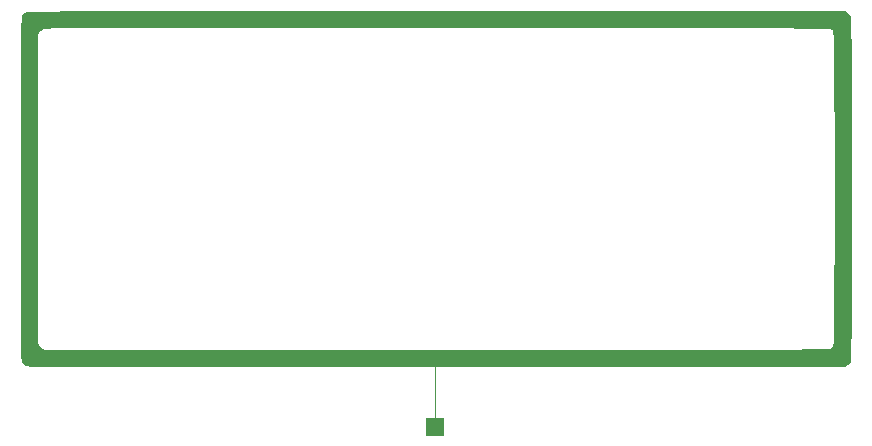
<source format=gbr>
G04 #@! TF.GenerationSoftware,KiCad,Pcbnew,5.0.2-bee76a0~70~ubuntu18.04.1*
G04 #@! TF.CreationDate,2020-04-30T09:21:28+02:00*
G04 #@! TF.ProjectId,OpenFrame,4f70656e-4672-4616-9d65-2e6b69636164,rev?*
G04 #@! TF.SameCoordinates,Original*
G04 #@! TF.FileFunction,Copper,L1,Top*
G04 #@! TF.FilePolarity,Positive*
%FSLAX46Y46*%
G04 Gerber Fmt 4.6, Leading zero omitted, Abs format (unit mm)*
G04 Created by KiCad (PCBNEW 5.0.2-bee76a0~70~ubuntu18.04.1) date Do 30 Apr 2020 09:21:28 CEST*
%MOMM*%
%LPD*%
G01*
G04 APERTURE LIST*
G04 #@! TA.AperFunction,EtchedComponent*
%ADD10C,0.010000*%
G04 #@! TD*
G04 #@! TA.AperFunction,SMDPad,CuDef*
%ADD11R,1.501140X1.501140*%
G04 #@! TD*
G04 #@! TA.AperFunction,ViaPad*
%ADD12C,0.600000*%
G04 #@! TD*
G04 #@! TA.AperFunction,Conductor*
%ADD13C,0.110000*%
G04 #@! TD*
G04 APERTURE END LIST*
D10*
G04 #@! TO.C,G\002A\002A\002A*
G36*
X122656319Y-51354231D02*
X123824748Y-51354380D01*
X124952621Y-51354633D01*
X126037214Y-51354991D01*
X127075806Y-51355456D01*
X128065675Y-51356031D01*
X129004098Y-51356718D01*
X129888353Y-51357519D01*
X130715718Y-51358437D01*
X131483471Y-51359472D01*
X132188888Y-51360629D01*
X132829249Y-51361908D01*
X133401830Y-51363312D01*
X133903910Y-51364843D01*
X134332767Y-51366503D01*
X134685677Y-51368296D01*
X134750823Y-51368695D01*
X139686280Y-51400034D01*
X139856476Y-51517982D01*
X139971365Y-51613325D01*
X140060934Y-51715000D01*
X140082680Y-51750816D01*
X140094056Y-51797169D01*
X140104763Y-51889383D01*
X140114814Y-52029280D01*
X140124226Y-52218684D01*
X140133011Y-52459419D01*
X140141185Y-52753309D01*
X140148762Y-53102177D01*
X140155757Y-53507847D01*
X140162183Y-53972142D01*
X140168057Y-54496886D01*
X140173392Y-55083903D01*
X140178202Y-55735016D01*
X140182503Y-56452050D01*
X140186308Y-57236827D01*
X140189633Y-58091171D01*
X140192492Y-59016907D01*
X140194899Y-60015857D01*
X140196868Y-61089845D01*
X140198415Y-62240696D01*
X140199554Y-63470232D01*
X140200299Y-64780277D01*
X140200665Y-66172655D01*
X140200702Y-66576534D01*
X140200586Y-67974442D01*
X140200072Y-69289543D01*
X140199143Y-70523693D01*
X140197784Y-71678750D01*
X140195980Y-72756572D01*
X140193716Y-73759016D01*
X140190977Y-74687939D01*
X140187747Y-75545201D01*
X140184012Y-76332657D01*
X140179755Y-77052166D01*
X140174962Y-77705585D01*
X140169618Y-78294772D01*
X140163707Y-78821585D01*
X140157214Y-79287880D01*
X140150124Y-79695517D01*
X140142422Y-80046351D01*
X140134092Y-80342242D01*
X140125120Y-80585046D01*
X140115489Y-80776621D01*
X140105185Y-80918825D01*
X140094193Y-81013515D01*
X140082497Y-81062549D01*
X140082016Y-81063585D01*
X140013277Y-81157665D01*
X139905076Y-81259819D01*
X139856479Y-81296418D01*
X139686285Y-81414367D01*
X131554659Y-81441899D01*
X130842731Y-81444109D01*
X130050087Y-81446202D01*
X129180678Y-81448176D01*
X128238456Y-81450033D01*
X127227371Y-81451774D01*
X126151375Y-81453398D01*
X125014418Y-81454905D01*
X123820451Y-81456297D01*
X122573426Y-81457573D01*
X121277293Y-81458734D01*
X119936004Y-81459780D01*
X118553508Y-81460711D01*
X117133759Y-81461529D01*
X115680706Y-81462232D01*
X114198300Y-81462822D01*
X112690492Y-81463299D01*
X111161234Y-81463663D01*
X109614476Y-81463915D01*
X108054170Y-81464055D01*
X106484266Y-81464083D01*
X104908716Y-81463999D01*
X103331469Y-81463805D01*
X101756479Y-81463500D01*
X100187694Y-81463085D01*
X98629067Y-81462559D01*
X97084548Y-81461924D01*
X95558089Y-81461180D01*
X94053640Y-81460327D01*
X92575153Y-81459365D01*
X91126577Y-81458295D01*
X89711866Y-81457117D01*
X88334968Y-81455832D01*
X86999836Y-81454439D01*
X85710420Y-81452940D01*
X84470672Y-81451334D01*
X83284542Y-81449622D01*
X82155981Y-81447804D01*
X81088940Y-81445880D01*
X80087371Y-81443852D01*
X79155225Y-81441719D01*
X78296451Y-81439481D01*
X77515002Y-81437140D01*
X77512534Y-81437132D01*
X76604629Y-81434157D01*
X75777560Y-81431334D01*
X75027494Y-81428612D01*
X74350601Y-81425939D01*
X73743049Y-81423264D01*
X73201008Y-81420538D01*
X72720645Y-81417708D01*
X72298129Y-81414725D01*
X71929630Y-81411537D01*
X71611315Y-81408093D01*
X71339354Y-81404343D01*
X71109915Y-81400236D01*
X70919167Y-81395720D01*
X70763279Y-81390746D01*
X70638419Y-81385261D01*
X70540757Y-81379216D01*
X70466460Y-81372559D01*
X70411698Y-81365240D01*
X70372639Y-81357208D01*
X70345452Y-81348411D01*
X70331493Y-81341804D01*
X70197013Y-81257290D01*
X70100484Y-81163469D01*
X70034190Y-81043663D01*
X69990416Y-80881192D01*
X69961446Y-80659375D01*
X69949785Y-80516636D01*
X69946936Y-80434935D01*
X69944153Y-80271904D01*
X69941444Y-80030882D01*
X69938817Y-79715204D01*
X69936281Y-79328209D01*
X69933843Y-78873234D01*
X69931513Y-78353616D01*
X69929299Y-77772692D01*
X69927209Y-77133800D01*
X69925251Y-76440277D01*
X69923434Y-75695461D01*
X69921766Y-74902687D01*
X69920255Y-74065295D01*
X69918911Y-73186621D01*
X69917741Y-72270002D01*
X69916753Y-71318776D01*
X69915956Y-70336280D01*
X69915359Y-69325851D01*
X69914969Y-68290826D01*
X69914795Y-67234544D01*
X69914801Y-66555367D01*
X69914937Y-65237827D01*
X69915156Y-64002246D01*
X69915485Y-62845915D01*
X69915953Y-61766125D01*
X69916584Y-60760169D01*
X69917406Y-59825338D01*
X69918446Y-58958924D01*
X69919730Y-58158218D01*
X69921285Y-57420513D01*
X69923139Y-56743099D01*
X69925317Y-56123269D01*
X69927847Y-55558314D01*
X69930755Y-55045526D01*
X69934069Y-54582197D01*
X69937814Y-54165618D01*
X69942018Y-53793080D01*
X69946707Y-53461877D01*
X69948912Y-53337842D01*
X71247200Y-53337842D01*
X71247200Y-66288442D01*
X71247292Y-67629425D01*
X71247571Y-68887536D01*
X71248044Y-70064571D01*
X71248718Y-71162325D01*
X71249599Y-72182592D01*
X71250693Y-73127169D01*
X71252008Y-73997848D01*
X71253549Y-74796427D01*
X71255324Y-75524699D01*
X71257338Y-76184460D01*
X71259599Y-76777505D01*
X71262113Y-77305629D01*
X71264886Y-77770627D01*
X71267926Y-78174293D01*
X71271237Y-78518424D01*
X71274828Y-78804813D01*
X71278704Y-79035257D01*
X71282873Y-79211549D01*
X71287340Y-79335486D01*
X71292112Y-79408862D01*
X71295067Y-79429137D01*
X71374283Y-79615398D01*
X71512598Y-79806604D01*
X71523047Y-79818300D01*
X71615956Y-79917861D01*
X71690186Y-79978567D01*
X71772559Y-80012119D01*
X71889896Y-80030215D01*
X72036097Y-80042106D01*
X72100816Y-80043775D01*
X72247633Y-80045393D01*
X72473978Y-80046959D01*
X72777281Y-80048474D01*
X73154973Y-80049937D01*
X73604484Y-80051348D01*
X74123246Y-80052707D01*
X74708688Y-80054014D01*
X75358241Y-80055270D01*
X76069336Y-80056473D01*
X76839404Y-80057625D01*
X77665874Y-80058724D01*
X78546178Y-80059771D01*
X79477746Y-80060766D01*
X80458009Y-80061709D01*
X81484397Y-80062599D01*
X82554340Y-80063437D01*
X83665270Y-80064223D01*
X84814617Y-80064956D01*
X85999812Y-80065637D01*
X87218284Y-80066265D01*
X88467465Y-80066840D01*
X89744785Y-80067363D01*
X91047675Y-80067833D01*
X92373566Y-80068250D01*
X93719887Y-80068614D01*
X95084070Y-80068925D01*
X96463545Y-80069184D01*
X97855742Y-80069389D01*
X99258093Y-80069541D01*
X100668027Y-80069640D01*
X102082976Y-80069686D01*
X103500370Y-80069679D01*
X104917639Y-80069618D01*
X106332214Y-80069504D01*
X107741526Y-80069337D01*
X109143005Y-80069116D01*
X110534082Y-80068842D01*
X111912187Y-80068514D01*
X113274751Y-80068133D01*
X114619204Y-80067698D01*
X115942978Y-80067209D01*
X117243502Y-80066666D01*
X118518207Y-80066070D01*
X119764524Y-80065419D01*
X120979884Y-80064715D01*
X122161716Y-80063957D01*
X123307452Y-80063144D01*
X124414521Y-80062278D01*
X125480356Y-80061357D01*
X126502385Y-80060383D01*
X127478041Y-80059354D01*
X128404752Y-80058270D01*
X129279951Y-80057132D01*
X130101067Y-80055940D01*
X130865531Y-80054694D01*
X131570773Y-80053392D01*
X132214225Y-80052037D01*
X132793317Y-80050626D01*
X133305478Y-80049161D01*
X133748141Y-80047641D01*
X134118735Y-80046066D01*
X134414691Y-80044437D01*
X134556700Y-80043422D01*
X135210427Y-80038083D01*
X135784856Y-80033136D01*
X136285354Y-80028434D01*
X136717288Y-80023835D01*
X137086027Y-80019192D01*
X137396936Y-80014363D01*
X137655383Y-80009201D01*
X137866735Y-80003563D01*
X138036359Y-79997305D01*
X138169622Y-79990280D01*
X138271892Y-79982346D01*
X138348536Y-79973357D01*
X138404921Y-79963169D01*
X138446413Y-79951638D01*
X138478381Y-79938618D01*
X138480170Y-79937759D01*
X138560979Y-79890753D01*
X138622838Y-79830158D01*
X138669375Y-79743759D01*
X138704216Y-79619343D01*
X138730989Y-79444695D01*
X138753319Y-79207600D01*
X138770793Y-78959034D01*
X138774846Y-78853249D01*
X138778690Y-78667034D01*
X138782327Y-78404627D01*
X138785755Y-78070265D01*
X138788976Y-77668183D01*
X138791988Y-77202620D01*
X138794793Y-76677812D01*
X138797389Y-76097996D01*
X138799778Y-75467408D01*
X138801958Y-74790286D01*
X138803931Y-74070867D01*
X138805695Y-73313387D01*
X138807252Y-72522084D01*
X138808600Y-71701194D01*
X138809741Y-70854955D01*
X138810673Y-69987602D01*
X138811398Y-69103374D01*
X138811914Y-68206507D01*
X138812223Y-67301237D01*
X138812323Y-66391802D01*
X138812216Y-65482439D01*
X138811900Y-64577385D01*
X138811377Y-63680876D01*
X138810645Y-62797149D01*
X138809706Y-61930442D01*
X138808558Y-61084991D01*
X138807203Y-60265033D01*
X138805639Y-59474805D01*
X138803868Y-58718544D01*
X138801888Y-58000487D01*
X138799701Y-57324870D01*
X138797305Y-56695932D01*
X138794701Y-56117907D01*
X138791890Y-55595035D01*
X138788870Y-55131550D01*
X138785643Y-54731691D01*
X138782207Y-54399694D01*
X138778564Y-54139796D01*
X138774712Y-53956234D01*
X138770793Y-53855367D01*
X138752955Y-53620165D01*
X138731832Y-53404459D01*
X138709645Y-53227429D01*
X138688616Y-53108257D01*
X138681171Y-53081497D01*
X138660920Y-53024692D01*
X138638583Y-52976220D01*
X138607657Y-52935322D01*
X138561639Y-52901243D01*
X138494027Y-52873224D01*
X138398318Y-52850507D01*
X138268009Y-52832337D01*
X138096597Y-52817954D01*
X137877580Y-52806602D01*
X137604455Y-52797523D01*
X137270720Y-52789961D01*
X136869871Y-52783156D01*
X136395406Y-52776352D01*
X136017200Y-52771201D01*
X135830707Y-52769232D01*
X135565389Y-52767303D01*
X135223826Y-52765416D01*
X134808594Y-52763571D01*
X134322269Y-52761768D01*
X133767430Y-52760009D01*
X133146654Y-52758294D01*
X132462518Y-52756623D01*
X131717598Y-52754997D01*
X130914473Y-52753418D01*
X130055720Y-52751885D01*
X129143915Y-52750399D01*
X128181637Y-52748961D01*
X127171461Y-52747572D01*
X126115967Y-52746231D01*
X125017729Y-52744941D01*
X123879327Y-52743701D01*
X122703337Y-52742512D01*
X121492336Y-52741375D01*
X120248902Y-52740290D01*
X118975612Y-52739259D01*
X117675043Y-52738281D01*
X116349772Y-52737357D01*
X115002377Y-52736489D01*
X113635435Y-52735676D01*
X112251522Y-52734919D01*
X110853217Y-52734220D01*
X109443096Y-52733578D01*
X108023737Y-52732994D01*
X106597717Y-52732469D01*
X105167613Y-52732004D01*
X103736003Y-52731599D01*
X102305463Y-52731255D01*
X100878571Y-52730973D01*
X99457904Y-52730752D01*
X98046039Y-52730595D01*
X96645554Y-52730501D01*
X95259026Y-52730471D01*
X93889032Y-52730506D01*
X92538149Y-52730606D01*
X91208954Y-52730772D01*
X89904025Y-52731005D01*
X88625939Y-52731306D01*
X87377274Y-52731674D01*
X86160605Y-52732111D01*
X84978512Y-52732618D01*
X83833570Y-52733194D01*
X82728357Y-52733841D01*
X81665450Y-52734560D01*
X80647428Y-52735350D01*
X79676865Y-52736213D01*
X78756341Y-52737149D01*
X77888432Y-52738159D01*
X77075716Y-52739244D01*
X76320769Y-52740403D01*
X75626169Y-52741639D01*
X74994494Y-52742951D01*
X74428320Y-52744340D01*
X73930224Y-52745807D01*
X73502784Y-52747353D01*
X73148578Y-52748977D01*
X72870181Y-52750682D01*
X72670172Y-52752466D01*
X72551128Y-52754332D01*
X72525211Y-52755172D01*
X72265669Y-52768238D01*
X72075505Y-52780781D01*
X71939486Y-52795356D01*
X71842380Y-52814514D01*
X71768954Y-52840809D01*
X71703975Y-52876794D01*
X71671267Y-52898290D01*
X71539624Y-53004279D01*
X71410260Y-53134272D01*
X71377507Y-53173271D01*
X71247200Y-53337842D01*
X69948912Y-53337842D01*
X69951909Y-53169299D01*
X69957649Y-52912638D01*
X69963956Y-52689185D01*
X69970855Y-52496234D01*
X69978373Y-52331074D01*
X69986538Y-52190998D01*
X69995375Y-52073297D01*
X70004912Y-51975264D01*
X70015176Y-51894190D01*
X70026193Y-51827366D01*
X70037989Y-51772084D01*
X70050593Y-51725637D01*
X70061769Y-51691619D01*
X70082529Y-51637699D01*
X70108158Y-51592469D01*
X70145883Y-51555025D01*
X70202934Y-51524463D01*
X70286539Y-51499877D01*
X70403926Y-51480365D01*
X70562325Y-51465020D01*
X70768963Y-51452939D01*
X71031069Y-51443218D01*
X71355871Y-51434952D01*
X71750599Y-51427237D01*
X72222480Y-51419168D01*
X72242034Y-51418842D01*
X72417989Y-51416610D01*
X72675889Y-51414384D01*
X73013012Y-51412164D01*
X73426634Y-51409954D01*
X73914034Y-51407755D01*
X74472489Y-51405570D01*
X75099278Y-51403401D01*
X75791677Y-51401249D01*
X76546965Y-51399118D01*
X77362420Y-51397009D01*
X78235319Y-51394924D01*
X79162939Y-51392866D01*
X80142560Y-51390837D01*
X81171458Y-51388839D01*
X82246911Y-51386875D01*
X83366197Y-51384946D01*
X84526593Y-51383054D01*
X85725378Y-51381202D01*
X86959830Y-51379393D01*
X88227225Y-51377627D01*
X89524842Y-51375908D01*
X90849959Y-51374237D01*
X92199852Y-51372617D01*
X93571801Y-51371050D01*
X94963082Y-51369538D01*
X96370974Y-51368083D01*
X97792754Y-51366688D01*
X99225700Y-51365355D01*
X100667090Y-51364085D01*
X102114201Y-51362881D01*
X103564312Y-51361745D01*
X105014699Y-51360680D01*
X106462641Y-51359688D01*
X107905416Y-51358770D01*
X109340301Y-51357929D01*
X110764574Y-51357167D01*
X112175513Y-51356486D01*
X113570395Y-51355889D01*
X114946498Y-51355378D01*
X116301101Y-51354954D01*
X117631480Y-51354621D01*
X118934913Y-51354380D01*
X120208679Y-51354233D01*
X121450055Y-51354183D01*
X122656319Y-51354231D01*
X122656319Y-51354231D01*
G37*
X122656319Y-51354231D02*
X123824748Y-51354380D01*
X124952621Y-51354633D01*
X126037214Y-51354991D01*
X127075806Y-51355456D01*
X128065675Y-51356031D01*
X129004098Y-51356718D01*
X129888353Y-51357519D01*
X130715718Y-51358437D01*
X131483471Y-51359472D01*
X132188888Y-51360629D01*
X132829249Y-51361908D01*
X133401830Y-51363312D01*
X133903910Y-51364843D01*
X134332767Y-51366503D01*
X134685677Y-51368296D01*
X134750823Y-51368695D01*
X139686280Y-51400034D01*
X139856476Y-51517982D01*
X139971365Y-51613325D01*
X140060934Y-51715000D01*
X140082680Y-51750816D01*
X140094056Y-51797169D01*
X140104763Y-51889383D01*
X140114814Y-52029280D01*
X140124226Y-52218684D01*
X140133011Y-52459419D01*
X140141185Y-52753309D01*
X140148762Y-53102177D01*
X140155757Y-53507847D01*
X140162183Y-53972142D01*
X140168057Y-54496886D01*
X140173392Y-55083903D01*
X140178202Y-55735016D01*
X140182503Y-56452050D01*
X140186308Y-57236827D01*
X140189633Y-58091171D01*
X140192492Y-59016907D01*
X140194899Y-60015857D01*
X140196868Y-61089845D01*
X140198415Y-62240696D01*
X140199554Y-63470232D01*
X140200299Y-64780277D01*
X140200665Y-66172655D01*
X140200702Y-66576534D01*
X140200586Y-67974442D01*
X140200072Y-69289543D01*
X140199143Y-70523693D01*
X140197784Y-71678750D01*
X140195980Y-72756572D01*
X140193716Y-73759016D01*
X140190977Y-74687939D01*
X140187747Y-75545201D01*
X140184012Y-76332657D01*
X140179755Y-77052166D01*
X140174962Y-77705585D01*
X140169618Y-78294772D01*
X140163707Y-78821585D01*
X140157214Y-79287880D01*
X140150124Y-79695517D01*
X140142422Y-80046351D01*
X140134092Y-80342242D01*
X140125120Y-80585046D01*
X140115489Y-80776621D01*
X140105185Y-80918825D01*
X140094193Y-81013515D01*
X140082497Y-81062549D01*
X140082016Y-81063585D01*
X140013277Y-81157665D01*
X139905076Y-81259819D01*
X139856479Y-81296418D01*
X139686285Y-81414367D01*
X131554659Y-81441899D01*
X130842731Y-81444109D01*
X130050087Y-81446202D01*
X129180678Y-81448176D01*
X128238456Y-81450033D01*
X127227371Y-81451774D01*
X126151375Y-81453398D01*
X125014418Y-81454905D01*
X123820451Y-81456297D01*
X122573426Y-81457573D01*
X121277293Y-81458734D01*
X119936004Y-81459780D01*
X118553508Y-81460711D01*
X117133759Y-81461529D01*
X115680706Y-81462232D01*
X114198300Y-81462822D01*
X112690492Y-81463299D01*
X111161234Y-81463663D01*
X109614476Y-81463915D01*
X108054170Y-81464055D01*
X106484266Y-81464083D01*
X104908716Y-81463999D01*
X103331469Y-81463805D01*
X101756479Y-81463500D01*
X100187694Y-81463085D01*
X98629067Y-81462559D01*
X97084548Y-81461924D01*
X95558089Y-81461180D01*
X94053640Y-81460327D01*
X92575153Y-81459365D01*
X91126577Y-81458295D01*
X89711866Y-81457117D01*
X88334968Y-81455832D01*
X86999836Y-81454439D01*
X85710420Y-81452940D01*
X84470672Y-81451334D01*
X83284542Y-81449622D01*
X82155981Y-81447804D01*
X81088940Y-81445880D01*
X80087371Y-81443852D01*
X79155225Y-81441719D01*
X78296451Y-81439481D01*
X77515002Y-81437140D01*
X77512534Y-81437132D01*
X76604629Y-81434157D01*
X75777560Y-81431334D01*
X75027494Y-81428612D01*
X74350601Y-81425939D01*
X73743049Y-81423264D01*
X73201008Y-81420538D01*
X72720645Y-81417708D01*
X72298129Y-81414725D01*
X71929630Y-81411537D01*
X71611315Y-81408093D01*
X71339354Y-81404343D01*
X71109915Y-81400236D01*
X70919167Y-81395720D01*
X70763279Y-81390746D01*
X70638419Y-81385261D01*
X70540757Y-81379216D01*
X70466460Y-81372559D01*
X70411698Y-81365240D01*
X70372639Y-81357208D01*
X70345452Y-81348411D01*
X70331493Y-81341804D01*
X70197013Y-81257290D01*
X70100484Y-81163469D01*
X70034190Y-81043663D01*
X69990416Y-80881192D01*
X69961446Y-80659375D01*
X69949785Y-80516636D01*
X69946936Y-80434935D01*
X69944153Y-80271904D01*
X69941444Y-80030882D01*
X69938817Y-79715204D01*
X69936281Y-79328209D01*
X69933843Y-78873234D01*
X69931513Y-78353616D01*
X69929299Y-77772692D01*
X69927209Y-77133800D01*
X69925251Y-76440277D01*
X69923434Y-75695461D01*
X69921766Y-74902687D01*
X69920255Y-74065295D01*
X69918911Y-73186621D01*
X69917741Y-72270002D01*
X69916753Y-71318776D01*
X69915956Y-70336280D01*
X69915359Y-69325851D01*
X69914969Y-68290826D01*
X69914795Y-67234544D01*
X69914801Y-66555367D01*
X69914937Y-65237827D01*
X69915156Y-64002246D01*
X69915485Y-62845915D01*
X69915953Y-61766125D01*
X69916584Y-60760169D01*
X69917406Y-59825338D01*
X69918446Y-58958924D01*
X69919730Y-58158218D01*
X69921285Y-57420513D01*
X69923139Y-56743099D01*
X69925317Y-56123269D01*
X69927847Y-55558314D01*
X69930755Y-55045526D01*
X69934069Y-54582197D01*
X69937814Y-54165618D01*
X69942018Y-53793080D01*
X69946707Y-53461877D01*
X69948912Y-53337842D01*
X71247200Y-53337842D01*
X71247200Y-66288442D01*
X71247292Y-67629425D01*
X71247571Y-68887536D01*
X71248044Y-70064571D01*
X71248718Y-71162325D01*
X71249599Y-72182592D01*
X71250693Y-73127169D01*
X71252008Y-73997848D01*
X71253549Y-74796427D01*
X71255324Y-75524699D01*
X71257338Y-76184460D01*
X71259599Y-76777505D01*
X71262113Y-77305629D01*
X71264886Y-77770627D01*
X71267926Y-78174293D01*
X71271237Y-78518424D01*
X71274828Y-78804813D01*
X71278704Y-79035257D01*
X71282873Y-79211549D01*
X71287340Y-79335486D01*
X71292112Y-79408862D01*
X71295067Y-79429137D01*
X71374283Y-79615398D01*
X71512598Y-79806604D01*
X71523047Y-79818300D01*
X71615956Y-79917861D01*
X71690186Y-79978567D01*
X71772559Y-80012119D01*
X71889896Y-80030215D01*
X72036097Y-80042106D01*
X72100816Y-80043775D01*
X72247633Y-80045393D01*
X72473978Y-80046959D01*
X72777281Y-80048474D01*
X73154973Y-80049937D01*
X73604484Y-80051348D01*
X74123246Y-80052707D01*
X74708688Y-80054014D01*
X75358241Y-80055270D01*
X76069336Y-80056473D01*
X76839404Y-80057625D01*
X77665874Y-80058724D01*
X78546178Y-80059771D01*
X79477746Y-80060766D01*
X80458009Y-80061709D01*
X81484397Y-80062599D01*
X82554340Y-80063437D01*
X83665270Y-80064223D01*
X84814617Y-80064956D01*
X85999812Y-80065637D01*
X87218284Y-80066265D01*
X88467465Y-80066840D01*
X89744785Y-80067363D01*
X91047675Y-80067833D01*
X92373566Y-80068250D01*
X93719887Y-80068614D01*
X95084070Y-80068925D01*
X96463545Y-80069184D01*
X97855742Y-80069389D01*
X99258093Y-80069541D01*
X100668027Y-80069640D01*
X102082976Y-80069686D01*
X103500370Y-80069679D01*
X104917639Y-80069618D01*
X106332214Y-80069504D01*
X107741526Y-80069337D01*
X109143005Y-80069116D01*
X110534082Y-80068842D01*
X111912187Y-80068514D01*
X113274751Y-80068133D01*
X114619204Y-80067698D01*
X115942978Y-80067209D01*
X117243502Y-80066666D01*
X118518207Y-80066070D01*
X119764524Y-80065419D01*
X120979884Y-80064715D01*
X122161716Y-80063957D01*
X123307452Y-80063144D01*
X124414521Y-80062278D01*
X125480356Y-80061357D01*
X126502385Y-80060383D01*
X127478041Y-80059354D01*
X128404752Y-80058270D01*
X129279951Y-80057132D01*
X130101067Y-80055940D01*
X130865531Y-80054694D01*
X131570773Y-80053392D01*
X132214225Y-80052037D01*
X132793317Y-80050626D01*
X133305478Y-80049161D01*
X133748141Y-80047641D01*
X134118735Y-80046066D01*
X134414691Y-80044437D01*
X134556700Y-80043422D01*
X135210427Y-80038083D01*
X135784856Y-80033136D01*
X136285354Y-80028434D01*
X136717288Y-80023835D01*
X137086027Y-80019192D01*
X137396936Y-80014363D01*
X137655383Y-80009201D01*
X137866735Y-80003563D01*
X138036359Y-79997305D01*
X138169622Y-79990280D01*
X138271892Y-79982346D01*
X138348536Y-79973357D01*
X138404921Y-79963169D01*
X138446413Y-79951638D01*
X138478381Y-79938618D01*
X138480170Y-79937759D01*
X138560979Y-79890753D01*
X138622838Y-79830158D01*
X138669375Y-79743759D01*
X138704216Y-79619343D01*
X138730989Y-79444695D01*
X138753319Y-79207600D01*
X138770793Y-78959034D01*
X138774846Y-78853249D01*
X138778690Y-78667034D01*
X138782327Y-78404627D01*
X138785755Y-78070265D01*
X138788976Y-77668183D01*
X138791988Y-77202620D01*
X138794793Y-76677812D01*
X138797389Y-76097996D01*
X138799778Y-75467408D01*
X138801958Y-74790286D01*
X138803931Y-74070867D01*
X138805695Y-73313387D01*
X138807252Y-72522084D01*
X138808600Y-71701194D01*
X138809741Y-70854955D01*
X138810673Y-69987602D01*
X138811398Y-69103374D01*
X138811914Y-68206507D01*
X138812223Y-67301237D01*
X138812323Y-66391802D01*
X138812216Y-65482439D01*
X138811900Y-64577385D01*
X138811377Y-63680876D01*
X138810645Y-62797149D01*
X138809706Y-61930442D01*
X138808558Y-61084991D01*
X138807203Y-60265033D01*
X138805639Y-59474805D01*
X138803868Y-58718544D01*
X138801888Y-58000487D01*
X138799701Y-57324870D01*
X138797305Y-56695932D01*
X138794701Y-56117907D01*
X138791890Y-55595035D01*
X138788870Y-55131550D01*
X138785643Y-54731691D01*
X138782207Y-54399694D01*
X138778564Y-54139796D01*
X138774712Y-53956234D01*
X138770793Y-53855367D01*
X138752955Y-53620165D01*
X138731832Y-53404459D01*
X138709645Y-53227429D01*
X138688616Y-53108257D01*
X138681171Y-53081497D01*
X138660920Y-53024692D01*
X138638583Y-52976220D01*
X138607657Y-52935322D01*
X138561639Y-52901243D01*
X138494027Y-52873224D01*
X138398318Y-52850507D01*
X138268009Y-52832337D01*
X138096597Y-52817954D01*
X137877580Y-52806602D01*
X137604455Y-52797523D01*
X137270720Y-52789961D01*
X136869871Y-52783156D01*
X136395406Y-52776352D01*
X136017200Y-52771201D01*
X135830707Y-52769232D01*
X135565389Y-52767303D01*
X135223826Y-52765416D01*
X134808594Y-52763571D01*
X134322269Y-52761768D01*
X133767430Y-52760009D01*
X133146654Y-52758294D01*
X132462518Y-52756623D01*
X131717598Y-52754997D01*
X130914473Y-52753418D01*
X130055720Y-52751885D01*
X129143915Y-52750399D01*
X128181637Y-52748961D01*
X127171461Y-52747572D01*
X126115967Y-52746231D01*
X125017729Y-52744941D01*
X123879327Y-52743701D01*
X122703337Y-52742512D01*
X121492336Y-52741375D01*
X120248902Y-52740290D01*
X118975612Y-52739259D01*
X117675043Y-52738281D01*
X116349772Y-52737357D01*
X115002377Y-52736489D01*
X113635435Y-52735676D01*
X112251522Y-52734919D01*
X110853217Y-52734220D01*
X109443096Y-52733578D01*
X108023737Y-52732994D01*
X106597717Y-52732469D01*
X105167613Y-52732004D01*
X103736003Y-52731599D01*
X102305463Y-52731255D01*
X100878571Y-52730973D01*
X99457904Y-52730752D01*
X98046039Y-52730595D01*
X96645554Y-52730501D01*
X95259026Y-52730471D01*
X93889032Y-52730506D01*
X92538149Y-52730606D01*
X91208954Y-52730772D01*
X89904025Y-52731005D01*
X88625939Y-52731306D01*
X87377274Y-52731674D01*
X86160605Y-52732111D01*
X84978512Y-52732618D01*
X83833570Y-52733194D01*
X82728357Y-52733841D01*
X81665450Y-52734560D01*
X80647428Y-52735350D01*
X79676865Y-52736213D01*
X78756341Y-52737149D01*
X77888432Y-52738159D01*
X77075716Y-52739244D01*
X76320769Y-52740403D01*
X75626169Y-52741639D01*
X74994494Y-52742951D01*
X74428320Y-52744340D01*
X73930224Y-52745807D01*
X73502784Y-52747353D01*
X73148578Y-52748977D01*
X72870181Y-52750682D01*
X72670172Y-52752466D01*
X72551128Y-52754332D01*
X72525211Y-52755172D01*
X72265669Y-52768238D01*
X72075505Y-52780781D01*
X71939486Y-52795356D01*
X71842380Y-52814514D01*
X71768954Y-52840809D01*
X71703975Y-52876794D01*
X71671267Y-52898290D01*
X71539624Y-53004279D01*
X71410260Y-53134272D01*
X71377507Y-53173271D01*
X71247200Y-53337842D01*
X69948912Y-53337842D01*
X69951909Y-53169299D01*
X69957649Y-52912638D01*
X69963956Y-52689185D01*
X69970855Y-52496234D01*
X69978373Y-52331074D01*
X69986538Y-52190998D01*
X69995375Y-52073297D01*
X70004912Y-51975264D01*
X70015176Y-51894190D01*
X70026193Y-51827366D01*
X70037989Y-51772084D01*
X70050593Y-51725637D01*
X70061769Y-51691619D01*
X70082529Y-51637699D01*
X70108158Y-51592469D01*
X70145883Y-51555025D01*
X70202934Y-51524463D01*
X70286539Y-51499877D01*
X70403926Y-51480365D01*
X70562325Y-51465020D01*
X70768963Y-51452939D01*
X71031069Y-51443218D01*
X71355871Y-51434952D01*
X71750599Y-51427237D01*
X72222480Y-51419168D01*
X72242034Y-51418842D01*
X72417989Y-51416610D01*
X72675889Y-51414384D01*
X73013012Y-51412164D01*
X73426634Y-51409954D01*
X73914034Y-51407755D01*
X74472489Y-51405570D01*
X75099278Y-51403401D01*
X75791677Y-51401249D01*
X76546965Y-51399118D01*
X77362420Y-51397009D01*
X78235319Y-51394924D01*
X79162939Y-51392866D01*
X80142560Y-51390837D01*
X81171458Y-51388839D01*
X82246911Y-51386875D01*
X83366197Y-51384946D01*
X84526593Y-51383054D01*
X85725378Y-51381202D01*
X86959830Y-51379393D01*
X88227225Y-51377627D01*
X89524842Y-51375908D01*
X90849959Y-51374237D01*
X92199852Y-51372617D01*
X93571801Y-51371050D01*
X94963082Y-51369538D01*
X96370974Y-51368083D01*
X97792754Y-51366688D01*
X99225700Y-51365355D01*
X100667090Y-51364085D01*
X102114201Y-51362881D01*
X103564312Y-51361745D01*
X105014699Y-51360680D01*
X106462641Y-51359688D01*
X107905416Y-51358770D01*
X109340301Y-51357929D01*
X110764574Y-51357167D01*
X112175513Y-51356486D01*
X113570395Y-51355889D01*
X114946498Y-51355378D01*
X116301101Y-51354954D01*
X117631480Y-51354621D01*
X118934913Y-51354380D01*
X120208679Y-51354233D01*
X121450055Y-51354183D01*
X122656319Y-51354231D01*
G04 #@! TD*
D11*
G04 #@! TO.P,X1,1*
G04 #@! TO.N,GND*
X105000000Y-86549400D03*
G04 #@! TD*
D12*
G04 #@! TO.N,GND*
X105000000Y-80809000D03*
G04 #@! TD*
D13*
G04 #@! TO.N,GND*
X105000000Y-80809000D02*
X105000000Y-86549400D01*
G04 #@! TD*
M02*

</source>
